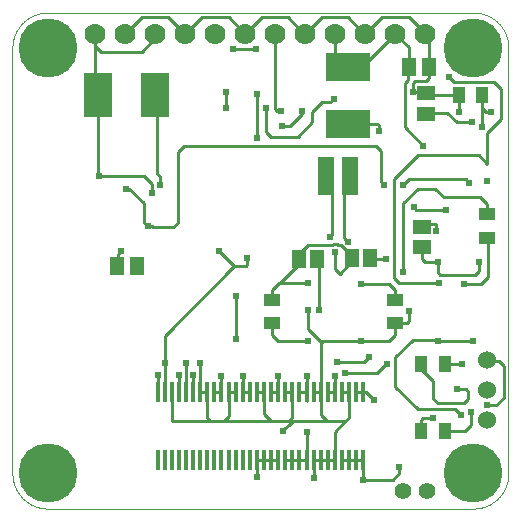
<source format=gbl>
G75*
%MOIN*%
%OFA0B0*%
%FSLAX25Y25*%
%IPPOS*%
%LPD*%
%AMOC8*
5,1,8,0,0,1.08239X$1,22.5*
%
%ADD10C,0.00000*%
%ADD11C,0.06000*%
%ADD12R,0.05118X0.05906*%
%ADD13R,0.05906X0.05118*%
%ADD14R,0.09300X0.15000*%
%ADD15R,0.15000X0.09300*%
%ADD16R,0.05700X0.12600*%
%ADD17R,0.04331X0.05512*%
%ADD18R,0.05512X0.04331*%
%ADD19R,0.04600X0.06300*%
%ADD20C,0.07000*%
%ADD21C,0.05543*%
%ADD22R,0.01378X0.06693*%
%ADD23C,0.01000*%
%ADD24C,0.02381*%
%ADD25C,0.19685*%
D10*
X0001000Y0012811D02*
X0001000Y0154543D01*
X0001003Y0154828D01*
X0001014Y0155114D01*
X0001031Y0155399D01*
X0001055Y0155683D01*
X0001086Y0155967D01*
X0001124Y0156250D01*
X0001169Y0156531D01*
X0001220Y0156812D01*
X0001278Y0157092D01*
X0001343Y0157370D01*
X0001415Y0157646D01*
X0001493Y0157920D01*
X0001578Y0158193D01*
X0001670Y0158463D01*
X0001768Y0158731D01*
X0001872Y0158997D01*
X0001983Y0159260D01*
X0002100Y0159520D01*
X0002223Y0159778D01*
X0002353Y0160032D01*
X0002489Y0160283D01*
X0002630Y0160531D01*
X0002778Y0160775D01*
X0002931Y0161016D01*
X0003091Y0161252D01*
X0003256Y0161485D01*
X0003426Y0161714D01*
X0003602Y0161939D01*
X0003784Y0162159D01*
X0003970Y0162375D01*
X0004162Y0162586D01*
X0004359Y0162793D01*
X0004561Y0162995D01*
X0004768Y0163192D01*
X0004979Y0163384D01*
X0005195Y0163570D01*
X0005415Y0163752D01*
X0005640Y0163928D01*
X0005869Y0164098D01*
X0006102Y0164263D01*
X0006338Y0164423D01*
X0006579Y0164576D01*
X0006823Y0164724D01*
X0007071Y0164865D01*
X0007322Y0165001D01*
X0007576Y0165131D01*
X0007834Y0165254D01*
X0008094Y0165371D01*
X0008357Y0165482D01*
X0008623Y0165586D01*
X0008891Y0165684D01*
X0009161Y0165776D01*
X0009434Y0165861D01*
X0009708Y0165939D01*
X0009984Y0166011D01*
X0010262Y0166076D01*
X0010542Y0166134D01*
X0010823Y0166185D01*
X0011104Y0166230D01*
X0011387Y0166268D01*
X0011671Y0166299D01*
X0011955Y0166323D01*
X0012240Y0166340D01*
X0012526Y0166351D01*
X0012811Y0166354D01*
X0154543Y0166354D01*
X0154828Y0166351D01*
X0155114Y0166340D01*
X0155399Y0166323D01*
X0155683Y0166299D01*
X0155967Y0166268D01*
X0156250Y0166230D01*
X0156531Y0166185D01*
X0156812Y0166134D01*
X0157092Y0166076D01*
X0157370Y0166011D01*
X0157646Y0165939D01*
X0157920Y0165861D01*
X0158193Y0165776D01*
X0158463Y0165684D01*
X0158731Y0165586D01*
X0158997Y0165482D01*
X0159260Y0165371D01*
X0159520Y0165254D01*
X0159778Y0165131D01*
X0160032Y0165001D01*
X0160283Y0164865D01*
X0160531Y0164724D01*
X0160775Y0164576D01*
X0161016Y0164423D01*
X0161252Y0164263D01*
X0161485Y0164098D01*
X0161714Y0163928D01*
X0161939Y0163752D01*
X0162159Y0163570D01*
X0162375Y0163384D01*
X0162586Y0163192D01*
X0162793Y0162995D01*
X0162995Y0162793D01*
X0163192Y0162586D01*
X0163384Y0162375D01*
X0163570Y0162159D01*
X0163752Y0161939D01*
X0163928Y0161714D01*
X0164098Y0161485D01*
X0164263Y0161252D01*
X0164423Y0161016D01*
X0164576Y0160775D01*
X0164724Y0160531D01*
X0164865Y0160283D01*
X0165001Y0160032D01*
X0165131Y0159778D01*
X0165254Y0159520D01*
X0165371Y0159260D01*
X0165482Y0158997D01*
X0165586Y0158731D01*
X0165684Y0158463D01*
X0165776Y0158193D01*
X0165861Y0157920D01*
X0165939Y0157646D01*
X0166011Y0157370D01*
X0166076Y0157092D01*
X0166134Y0156812D01*
X0166185Y0156531D01*
X0166230Y0156250D01*
X0166268Y0155967D01*
X0166299Y0155683D01*
X0166323Y0155399D01*
X0166340Y0155114D01*
X0166351Y0154828D01*
X0166354Y0154543D01*
X0166354Y0012811D01*
X0166351Y0012526D01*
X0166340Y0012240D01*
X0166323Y0011955D01*
X0166299Y0011671D01*
X0166268Y0011387D01*
X0166230Y0011104D01*
X0166185Y0010823D01*
X0166134Y0010542D01*
X0166076Y0010262D01*
X0166011Y0009984D01*
X0165939Y0009708D01*
X0165861Y0009434D01*
X0165776Y0009161D01*
X0165684Y0008891D01*
X0165586Y0008623D01*
X0165482Y0008357D01*
X0165371Y0008094D01*
X0165254Y0007834D01*
X0165131Y0007576D01*
X0165001Y0007322D01*
X0164865Y0007071D01*
X0164724Y0006823D01*
X0164576Y0006579D01*
X0164423Y0006338D01*
X0164263Y0006102D01*
X0164098Y0005869D01*
X0163928Y0005640D01*
X0163752Y0005415D01*
X0163570Y0005195D01*
X0163384Y0004979D01*
X0163192Y0004768D01*
X0162995Y0004561D01*
X0162793Y0004359D01*
X0162586Y0004162D01*
X0162375Y0003970D01*
X0162159Y0003784D01*
X0161939Y0003602D01*
X0161714Y0003426D01*
X0161485Y0003256D01*
X0161252Y0003091D01*
X0161016Y0002931D01*
X0160775Y0002778D01*
X0160531Y0002630D01*
X0160283Y0002489D01*
X0160032Y0002353D01*
X0159778Y0002223D01*
X0159520Y0002100D01*
X0159260Y0001983D01*
X0158997Y0001872D01*
X0158731Y0001768D01*
X0158463Y0001670D01*
X0158193Y0001578D01*
X0157920Y0001493D01*
X0157646Y0001415D01*
X0157370Y0001343D01*
X0157092Y0001278D01*
X0156812Y0001220D01*
X0156531Y0001169D01*
X0156250Y0001124D01*
X0155967Y0001086D01*
X0155683Y0001055D01*
X0155399Y0001031D01*
X0155114Y0001014D01*
X0154828Y0001003D01*
X0154543Y0001000D01*
X0012811Y0001000D01*
X0012526Y0001003D01*
X0012240Y0001014D01*
X0011955Y0001031D01*
X0011671Y0001055D01*
X0011387Y0001086D01*
X0011104Y0001124D01*
X0010823Y0001169D01*
X0010542Y0001220D01*
X0010262Y0001278D01*
X0009984Y0001343D01*
X0009708Y0001415D01*
X0009434Y0001493D01*
X0009161Y0001578D01*
X0008891Y0001670D01*
X0008623Y0001768D01*
X0008357Y0001872D01*
X0008094Y0001983D01*
X0007834Y0002100D01*
X0007576Y0002223D01*
X0007322Y0002353D01*
X0007071Y0002489D01*
X0006823Y0002630D01*
X0006579Y0002778D01*
X0006338Y0002931D01*
X0006102Y0003091D01*
X0005869Y0003256D01*
X0005640Y0003426D01*
X0005415Y0003602D01*
X0005195Y0003784D01*
X0004979Y0003970D01*
X0004768Y0004162D01*
X0004561Y0004359D01*
X0004359Y0004561D01*
X0004162Y0004768D01*
X0003970Y0004979D01*
X0003784Y0005195D01*
X0003602Y0005415D01*
X0003426Y0005640D01*
X0003256Y0005869D01*
X0003091Y0006102D01*
X0002931Y0006338D01*
X0002778Y0006579D01*
X0002630Y0006823D01*
X0002489Y0007071D01*
X0002353Y0007322D01*
X0002223Y0007576D01*
X0002100Y0007834D01*
X0001983Y0008094D01*
X0001872Y0008357D01*
X0001768Y0008623D01*
X0001670Y0008891D01*
X0001578Y0009161D01*
X0001493Y0009434D01*
X0001415Y0009708D01*
X0001343Y0009984D01*
X0001278Y0010262D01*
X0001220Y0010542D01*
X0001169Y0010823D01*
X0001124Y0011104D01*
X0001086Y0011387D01*
X0001055Y0011671D01*
X0001031Y0011955D01*
X0001014Y0012240D01*
X0001003Y0012526D01*
X0001000Y0012811D01*
D11*
X0159268Y0030370D03*
X0159268Y0040370D03*
X0159268Y0050370D03*
D12*
X0139780Y0148244D03*
X0133087Y0148244D03*
X0042535Y0081709D03*
X0035843Y0081709D03*
D13*
X0137614Y0088205D03*
X0137614Y0094898D03*
X0138795Y0132693D03*
X0138795Y0139386D03*
D14*
X0048689Y0138795D03*
X0029689Y0138795D03*
D15*
X0112811Y0129295D03*
X0112811Y0148295D03*
D16*
X0113661Y0111748D03*
X0105661Y0111748D03*
D17*
X0149819Y0138795D03*
X0157693Y0138795D03*
X0145094Y0049031D03*
X0137220Y0049031D03*
X0137220Y0026984D03*
X0145094Y0026984D03*
D18*
X0128559Y0062811D03*
X0128559Y0070685D03*
X0159268Y0091157D03*
X0159268Y0099031D03*
X0087614Y0070685D03*
X0087614Y0062811D03*
D19*
X0096425Y0084071D03*
X0102425Y0084071D03*
X0114142Y0084465D03*
X0120142Y0084465D03*
D20*
X0118677Y0159268D03*
X0108677Y0159268D03*
X0098677Y0159268D03*
X0088677Y0159268D03*
X0078677Y0159268D03*
X0068677Y0159268D03*
X0058677Y0159268D03*
X0048677Y0159268D03*
X0038677Y0159268D03*
X0028677Y0159268D03*
X0128677Y0159268D03*
X0138677Y0159268D03*
D21*
X0139189Y0006906D03*
X0131315Y0006906D03*
D22*
X0117929Y0017339D03*
X0115567Y0017339D03*
X0113205Y0017339D03*
X0110843Y0017339D03*
X0108480Y0017339D03*
X0106118Y0017339D03*
X0103756Y0017339D03*
X0101394Y0017339D03*
X0099031Y0017339D03*
X0096669Y0017339D03*
X0094307Y0017339D03*
X0091945Y0017339D03*
X0089583Y0017339D03*
X0087220Y0017339D03*
X0084858Y0017339D03*
X0082496Y0017339D03*
X0080134Y0017339D03*
X0077772Y0017339D03*
X0075409Y0017339D03*
X0073047Y0017339D03*
X0070685Y0017339D03*
X0068323Y0017339D03*
X0065961Y0017339D03*
X0063598Y0017339D03*
X0061236Y0017339D03*
X0058874Y0017339D03*
X0056512Y0017339D03*
X0054150Y0017339D03*
X0051787Y0017339D03*
X0049425Y0017339D03*
X0049425Y0039780D03*
X0051787Y0039780D03*
X0054150Y0039780D03*
X0056512Y0039780D03*
X0058874Y0039780D03*
X0061236Y0039780D03*
X0063598Y0039780D03*
X0065961Y0039780D03*
X0068323Y0039780D03*
X0070685Y0039780D03*
X0073047Y0039780D03*
X0075409Y0039780D03*
X0077772Y0039780D03*
X0080134Y0039780D03*
X0082496Y0039780D03*
X0084858Y0039780D03*
X0087220Y0039780D03*
X0089583Y0039780D03*
X0091945Y0039780D03*
X0094307Y0039780D03*
X0096669Y0039780D03*
X0099031Y0039780D03*
X0101394Y0039780D03*
X0103756Y0039780D03*
X0106118Y0039780D03*
X0108480Y0039780D03*
X0110843Y0039780D03*
X0113205Y0039780D03*
X0115567Y0039780D03*
X0117929Y0039780D03*
D23*
X0118913Y0039780D01*
X0121472Y0037220D01*
X0117929Y0039780D02*
X0115567Y0039780D01*
X0113205Y0039780D02*
X0113205Y0031315D01*
X0112024Y0030134D01*
X0108480Y0026591D01*
X0108480Y0017339D01*
X0106118Y0017339D01*
X0103756Y0017339D01*
X0101394Y0017339D01*
X0101394Y0011236D01*
X0099031Y0017339D02*
X0096669Y0017339D01*
X0094307Y0017339D01*
X0091945Y0017339D01*
X0089583Y0017339D02*
X0087220Y0017339D01*
X0084858Y0017339D01*
X0082496Y0017339D01*
X0082496Y0011630D01*
X0099031Y0017339D02*
X0099031Y0026591D01*
X0094701Y0030134D02*
X0091945Y0027772D01*
X0091157Y0026984D01*
X0093126Y0030134D02*
X0087154Y0030134D01*
X0084858Y0032430D01*
X0084858Y0039780D01*
X0082496Y0039780D01*
X0080134Y0039780D02*
X0077772Y0039780D01*
X0077772Y0045094D01*
X0075409Y0039780D02*
X0073047Y0039780D01*
X0073047Y0031709D01*
X0071472Y0030134D01*
X0087154Y0030134D01*
X0093126Y0030134D02*
X0094307Y0031315D01*
X0094307Y0039780D01*
X0091945Y0039780D01*
X0089583Y0039780D02*
X0089583Y0045094D01*
X0089583Y0039780D02*
X0087220Y0039780D01*
X0096669Y0039780D02*
X0099031Y0039780D01*
X0099031Y0036827D01*
X0099031Y0039780D02*
X0099031Y0045094D01*
X0101394Y0039780D02*
X0103756Y0039780D01*
X0103756Y0032102D01*
X0105724Y0030134D01*
X0112024Y0030134D01*
X0105724Y0030134D02*
X0094701Y0030134D01*
X0093126Y0030134D01*
X0103756Y0039780D02*
X0103756Y0055921D01*
X0104543Y0056709D01*
X0116945Y0056709D01*
X0117142Y0056906D01*
X0126591Y0056906D01*
X0128559Y0058874D01*
X0128559Y0062811D01*
X0132496Y0062811D01*
X0133283Y0063598D01*
X0133283Y0066748D01*
X0128559Y0070685D02*
X0128559Y0073835D01*
X0126591Y0075803D01*
X0117142Y0075803D01*
X0110055Y0079346D02*
X0114142Y0083433D01*
X0114142Y0084465D01*
X0114142Y0085496D01*
X0113748Y0085496D01*
X0110449Y0088795D01*
X0109661Y0088795D01*
X0109268Y0089189D01*
X0108087Y0089189D01*
X0107693Y0088795D01*
X0099425Y0088795D01*
X0097260Y0086630D01*
X0097260Y0084906D01*
X0096425Y0084071D01*
X0096425Y0082449D01*
X0090173Y0076197D01*
X0089976Y0076197D01*
X0087614Y0073835D01*
X0087614Y0070685D01*
X0090173Y0076197D02*
X0099425Y0076197D01*
X0103165Y0083331D02*
X0102425Y0084071D01*
X0103165Y0083331D02*
X0103165Y0067142D01*
X0099425Y0067142D02*
X0099425Y0060843D01*
X0103559Y0056709D01*
X0104543Y0056709D01*
X0099425Y0056906D02*
X0089583Y0056906D01*
X0087614Y0058874D01*
X0087614Y0062811D01*
X0075409Y0057693D02*
X0075409Y0071866D01*
X0075016Y0081709D02*
X0051787Y0058480D01*
X0051787Y0039780D01*
X0051787Y0049425D01*
X0049425Y0045488D02*
X0049425Y0039780D01*
X0054150Y0039780D02*
X0054150Y0030134D01*
X0067142Y0030134D01*
X0065961Y0031315D01*
X0065961Y0039780D01*
X0063598Y0039780D01*
X0063598Y0049425D01*
X0061236Y0045488D02*
X0061236Y0039780D01*
X0058874Y0039780D02*
X0058874Y0049425D01*
X0056512Y0045488D02*
X0056512Y0039780D01*
X0068323Y0039780D02*
X0070685Y0039780D01*
X0070685Y0045094D01*
X0071472Y0030134D02*
X0067142Y0030134D01*
X0106118Y0039780D02*
X0108480Y0039780D01*
X0108480Y0045094D01*
X0112024Y0046276D02*
X0122654Y0046276D01*
X0125409Y0049031D01*
X0125803Y0049031D01*
X0128559Y0051394D02*
X0134465Y0057299D01*
X0142339Y0057299D01*
X0142732Y0056906D01*
X0154543Y0056906D01*
X0159268Y0050370D02*
X0159425Y0050213D01*
X0163205Y0050213D01*
X0164780Y0048638D01*
X0164780Y0038008D01*
X0162142Y0035370D01*
X0159268Y0035370D01*
X0153756Y0033283D02*
X0153756Y0028953D01*
X0151787Y0026984D01*
X0145094Y0026984D01*
X0141157Y0031315D02*
X0138008Y0031315D01*
X0137220Y0030528D01*
X0137220Y0026984D01*
X0136039Y0034071D02*
X0128559Y0041551D01*
X0128559Y0051394D01*
X0119898Y0051394D02*
X0118323Y0049819D01*
X0109268Y0049819D01*
X0110843Y0039780D02*
X0113205Y0039780D01*
X0117929Y0019799D02*
X0117929Y0017339D01*
X0117929Y0010646D01*
X0127772Y0010646D01*
X0129937Y0012811D01*
X0129937Y0014976D01*
X0117929Y0017339D02*
X0115567Y0017339D01*
X0113205Y0017339D01*
X0110843Y0017339D01*
X0136039Y0034071D02*
X0148638Y0034071D01*
X0150606Y0032102D01*
X0151394Y0036039D02*
X0152969Y0037614D01*
X0152969Y0039976D01*
X0152181Y0040764D01*
X0149031Y0040764D01*
X0151394Y0036039D02*
X0142732Y0036039D01*
X0141157Y0037614D01*
X0141157Y0043520D01*
X0137220Y0047457D01*
X0137220Y0049031D01*
X0145094Y0049031D02*
X0151000Y0049031D01*
X0151394Y0075803D02*
X0157299Y0075803D01*
X0159661Y0078165D01*
X0159661Y0090764D01*
X0159268Y0091157D01*
X0158874Y0090764D01*
X0156512Y0083283D02*
X0156512Y0080134D01*
X0155331Y0078953D01*
X0143520Y0078953D01*
X0142732Y0079740D01*
X0142732Y0083283D01*
X0138402Y0083283D01*
X0137614Y0084071D01*
X0137614Y0088205D01*
X0142339Y0093520D02*
X0142339Y0095882D01*
X0138598Y0095882D01*
X0137614Y0094898D01*
X0135646Y0100606D02*
X0134858Y0101394D01*
X0135646Y0100606D02*
X0145488Y0100606D01*
X0144701Y0104937D02*
X0156906Y0104937D01*
X0159268Y0102575D01*
X0159268Y0099031D01*
X0153325Y0109624D02*
X0152107Y0110843D01*
X0133283Y0110843D01*
X0131315Y0108874D01*
X0128165Y0110843D02*
X0136039Y0118717D01*
X0156512Y0118717D01*
X0159268Y0115961D01*
X0159268Y0126197D01*
X0163992Y0130921D01*
X0163992Y0140764D01*
X0161630Y0143126D01*
X0148244Y0143126D01*
X0146669Y0144701D01*
X0149819Y0138795D02*
X0139386Y0138795D01*
X0138795Y0139386D01*
X0138205Y0139976D01*
X0134465Y0139976D01*
X0134465Y0142732D01*
X0135252Y0143520D01*
X0138795Y0143520D01*
X0139780Y0144504D01*
X0139780Y0148244D01*
X0139780Y0158165D01*
X0138677Y0159268D01*
X0138677Y0159386D01*
X0133283Y0164780D01*
X0124189Y0164780D01*
X0118677Y0159268D01*
X0118323Y0159268D01*
X0112811Y0164780D01*
X0104189Y0164780D01*
X0098677Y0159268D01*
X0098244Y0159268D01*
X0092732Y0164780D01*
X0084189Y0164780D01*
X0078677Y0159268D01*
X0078559Y0159268D01*
X0073047Y0164780D01*
X0064189Y0164780D01*
X0058677Y0159268D01*
X0058480Y0159268D01*
X0052969Y0164780D01*
X0044189Y0164780D01*
X0038677Y0159268D01*
X0044307Y0153362D02*
X0030646Y0153362D01*
X0028677Y0155331D01*
X0028677Y0139807D01*
X0029689Y0138795D01*
X0029689Y0112075D01*
X0029740Y0112024D01*
X0044701Y0112024D01*
X0047457Y0109268D01*
X0047457Y0106118D01*
X0050213Y0108874D02*
X0050213Y0111630D01*
X0049031Y0112811D01*
X0049031Y0138453D01*
X0048689Y0138795D01*
X0044307Y0153362D02*
X0048677Y0157732D01*
X0048677Y0159268D01*
X0028677Y0159268D02*
X0028677Y0155331D01*
X0058087Y0121866D02*
X0056118Y0119898D01*
X0056118Y0096276D01*
X0054543Y0094701D01*
X0047850Y0094701D01*
X0047457Y0095094D01*
X0046079Y0095094D01*
X0044898Y0096276D01*
X0044701Y0096276D01*
X0044701Y0102969D01*
X0039976Y0107693D01*
X0038795Y0107693D01*
X0058087Y0121866D02*
X0122260Y0121866D01*
X0123835Y0120291D01*
X0123835Y0110055D01*
X0125016Y0108874D01*
X0128165Y0110843D02*
X0128165Y0077772D01*
X0129740Y0076197D01*
X0143126Y0076197D01*
X0131315Y0079740D02*
X0131315Y0102969D01*
X0136039Y0107693D01*
X0141945Y0107693D01*
X0144701Y0104937D01*
X0138008Y0121866D02*
X0131709Y0128165D01*
X0131709Y0142732D01*
X0132890Y0143913D01*
X0132890Y0148047D01*
X0133087Y0148244D01*
X0133087Y0154858D01*
X0128677Y0159268D01*
X0117547Y0148138D01*
X0112811Y0148295D01*
X0108677Y0152744D01*
X0108677Y0159268D01*
X0088677Y0159268D02*
X0088677Y0134189D01*
X0089189Y0133677D01*
X0090370Y0133677D01*
X0085646Y0134465D02*
X0085646Y0126591D01*
X0087220Y0125016D01*
X0096276Y0125016D01*
X0101000Y0129740D01*
X0101000Y0133283D01*
X0104150Y0136433D01*
X0106906Y0136433D01*
X0108087Y0137614D01*
X0112811Y0129295D02*
X0113075Y0129346D01*
X0122654Y0129346D01*
X0123047Y0128953D01*
X0123047Y0126984D01*
X0138795Y0132693D02*
X0138992Y0132890D01*
X0145882Y0132890D01*
X0149031Y0129740D01*
X0154150Y0129740D01*
X0157693Y0128165D02*
X0157693Y0138795D01*
X0157693Y0134465D01*
X0158874Y0133283D01*
X0160449Y0133283D01*
X0149819Y0133283D02*
X0149819Y0138795D01*
X0113661Y0111748D02*
X0111630Y0109717D01*
X0111630Y0091157D01*
X0112811Y0089976D01*
X0108480Y0086433D02*
X0108480Y0080921D01*
X0110055Y0079346D01*
X0120142Y0084465D02*
X0120339Y0084268D01*
X0125409Y0084268D01*
X0107693Y0092339D02*
X0107693Y0109717D01*
X0105661Y0111748D01*
X0093520Y0128559D02*
X0090882Y0128559D01*
X0093520Y0128559D02*
X0097457Y0132496D01*
X0097457Y0133677D01*
X0082496Y0139189D02*
X0082496Y0124622D01*
X0072260Y0134465D02*
X0072260Y0139976D01*
X0074622Y0154150D02*
X0082102Y0154150D01*
X0107693Y0092339D02*
X0106906Y0091551D01*
X0079346Y0084465D02*
X0079346Y0082102D01*
X0078953Y0081709D01*
X0075016Y0081709D01*
X0069898Y0086827D01*
X0037220Y0086827D02*
X0036039Y0085646D01*
X0036039Y0081906D01*
X0035843Y0081709D01*
D24*
X0037220Y0086827D03*
X0046079Y0095094D03*
X0047457Y0106118D03*
X0050213Y0108874D03*
X0038795Y0107693D03*
X0029740Y0112024D03*
X0069898Y0086827D03*
X0079346Y0084465D03*
X0075409Y0071866D03*
X0075409Y0057693D03*
X0063598Y0049425D03*
X0061236Y0045488D03*
X0058874Y0049425D03*
X0056512Y0045488D03*
X0051787Y0049425D03*
X0049425Y0045488D03*
X0070685Y0045094D03*
X0077772Y0045094D03*
X0089583Y0045094D03*
X0099031Y0045094D03*
X0108480Y0045094D03*
X0112024Y0046276D03*
X0109268Y0049819D03*
X0117142Y0056906D03*
X0119898Y0051394D03*
X0125803Y0049031D03*
X0121472Y0037220D03*
X0141157Y0031315D03*
X0150606Y0032102D03*
X0153756Y0033283D03*
X0159268Y0035370D03*
X0149031Y0040764D03*
X0151000Y0049031D03*
X0154543Y0056906D03*
X0142732Y0056906D03*
X0133283Y0066748D03*
X0143126Y0076197D03*
X0142732Y0083283D03*
X0151394Y0075803D03*
X0156512Y0083283D03*
X0142339Y0093520D03*
X0145488Y0100606D03*
X0153325Y0109624D03*
X0159268Y0110055D03*
X0157693Y0128165D03*
X0154150Y0129740D03*
X0149819Y0133283D03*
X0160449Y0133283D03*
X0146669Y0144701D03*
X0134465Y0139976D03*
X0123047Y0126984D03*
X0138008Y0121866D03*
X0131315Y0108874D03*
X0125016Y0108874D03*
X0134858Y0101394D03*
X0125409Y0084268D03*
X0131315Y0079740D03*
X0117142Y0075803D03*
X0108480Y0086433D03*
X0106906Y0091551D03*
X0112811Y0089976D03*
X0099425Y0076197D03*
X0099425Y0067142D03*
X0103165Y0067142D03*
X0099425Y0056906D03*
X0091157Y0026984D03*
X0099031Y0026591D03*
X0101394Y0011236D03*
X0117929Y0010646D03*
X0129937Y0014976D03*
X0082496Y0011630D03*
X0082496Y0124622D03*
X0090882Y0128559D03*
X0090370Y0133677D03*
X0085646Y0134465D03*
X0082496Y0139189D03*
X0072260Y0139976D03*
X0072260Y0134465D03*
X0074622Y0154150D03*
X0082102Y0154150D03*
X0097457Y0133677D03*
X0108087Y0137614D03*
D25*
X0154543Y0154543D03*
X0154543Y0012811D03*
X0012811Y0012811D03*
X0012811Y0154543D03*
M02*

</source>
